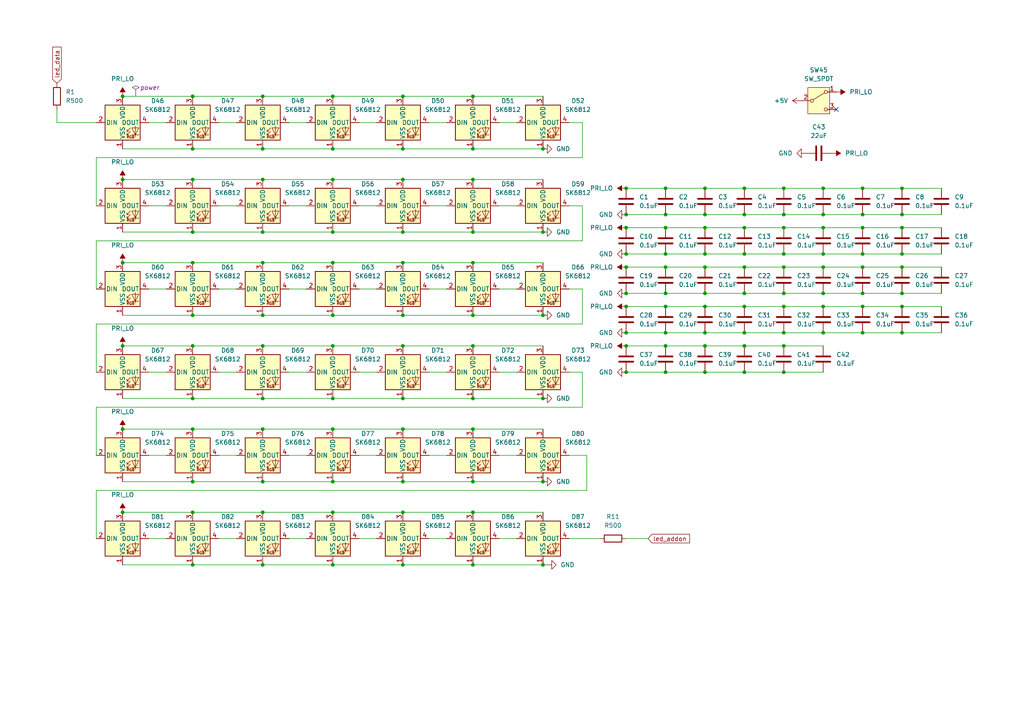
<source format=kicad_sch>
(kicad_sch (version 20231120) (generator "eeschema") (generator_version "8.0")
  (paper "A4")
  (junction (at 35.56 27.94))
  (junction (at 261.62 88.9))
  (junction (at 55.88 100.33))
  (junction (at 261.62 77.47))
  (junction (at 137.16 163.83))
  (junction (at 96.52 27.94))
  (junction (at 116.84 43.18))
  (junction (at 116.84 115.57))
  (junction (at 215.9 100.33))
  (junction (at 137.16 139.7))
  (junction (at 157.48 91.44))
  (junction (at 96.52 163.83))
  (junction (at 261.62 96.52))
  (junction (at 204.47 66.04))
  (junction (at 215.9 62.23))
  (junction (at 157.48 139.7))
  (junction (at 96.52 148.59))
  (junction (at 193.04 73.66))
  (junction (at 238.76 66.04))
  (junction (at 76.2 76.2))
  (junction (at 181.61 107.95))
  (junction (at 204.47 85.09))
  (junction (at 55.88 67.31))
  (junction (at 76.2 124.46))
  (junction (at 181.61 66.04))
  (junction (at 35.56 76.2))
  (junction (at 35.56 124.46))
  (junction (at 137.16 100.33))
  (junction (at 227.33 66.04))
  (junction (at 227.33 88.9))
  (junction (at 204.47 54.61))
  (junction (at 193.04 77.47))
  (junction (at 238.76 62.23))
  (junction (at 116.84 27.94))
  (junction (at 55.88 91.44))
  (junction (at 193.04 66.04))
  (junction (at 137.16 124.46))
  (junction (at 250.19 96.52))
  (junction (at 76.2 100.33))
  (junction (at 76.2 148.59))
  (junction (at 193.04 100.33))
  (junction (at 215.9 77.47))
  (junction (at 76.2 67.31))
  (junction (at 227.33 77.47))
  (junction (at 55.88 27.94))
  (junction (at 137.16 115.57))
  (junction (at 261.62 85.09))
  (junction (at 116.84 100.33))
  (junction (at 215.9 96.52))
  (junction (at 227.33 62.23))
  (junction (at 261.62 54.61))
  (junction (at 193.04 54.61))
  (junction (at 181.61 54.61))
  (junction (at 215.9 54.61))
  (junction (at 193.04 96.52))
  (junction (at 116.84 148.59))
  (junction (at 193.04 85.09))
  (junction (at 238.76 77.47))
  (junction (at 116.84 67.31))
  (junction (at 181.61 100.33))
  (junction (at 96.52 76.2))
  (junction (at 215.9 88.9))
  (junction (at 261.62 62.23))
  (junction (at 204.47 100.33))
  (junction (at 193.04 107.95))
  (junction (at 96.52 115.57))
  (junction (at 250.19 77.47))
  (junction (at 137.16 91.44))
  (junction (at 157.48 67.31))
  (junction (at 181.61 62.23))
  (junction (at 96.52 124.46))
  (junction (at 55.88 115.57))
  (junction (at 193.04 62.23))
  (junction (at 96.52 91.44))
  (junction (at 204.47 62.23))
  (junction (at 76.2 115.57))
  (junction (at 116.84 76.2))
  (junction (at 261.62 73.66))
  (junction (at 76.2 163.83))
  (junction (at 96.52 100.33))
  (junction (at 137.16 43.18))
  (junction (at 227.33 73.66))
  (junction (at 157.48 43.18))
  (junction (at 116.84 139.7))
  (junction (at 227.33 85.09))
  (junction (at 204.47 88.9))
  (junction (at 215.9 73.66))
  (junction (at 250.19 73.66))
  (junction (at 261.62 66.04))
  (junction (at 157.48 115.57))
  (junction (at 116.84 91.44))
  (junction (at 250.19 66.04))
  (junction (at 204.47 107.95))
  (junction (at 137.16 27.94))
  (junction (at 137.16 76.2))
  (junction (at 55.88 148.59))
  (junction (at 215.9 107.95))
  (junction (at 76.2 52.07))
  (junction (at 204.47 73.66))
  (junction (at 227.33 54.61))
  (junction (at 227.33 107.95))
  (junction (at 137.16 67.31))
  (junction (at 55.88 76.2))
  (junction (at 55.88 139.7))
  (junction (at 215.9 85.09))
  (junction (at 181.61 88.9))
  (junction (at 238.76 54.61))
  (junction (at 181.61 85.09))
  (junction (at 137.16 148.59))
  (junction (at 238.76 88.9))
  (junction (at 55.88 124.46))
  (junction (at 116.84 52.07))
  (junction (at 55.88 52.07))
  (junction (at 96.52 43.18))
  (junction (at 181.61 77.47))
  (junction (at 76.2 43.18))
  (junction (at 35.56 100.33))
  (junction (at 227.33 100.33))
  (junction (at 204.47 77.47))
  (junction (at 137.16 52.07))
  (junction (at 76.2 91.44))
  (junction (at 250.19 54.61))
  (junction (at 250.19 85.09))
  (junction (at 96.52 67.31))
  (junction (at 238.76 73.66))
  (junction (at 238.76 85.09))
  (junction (at 238.76 96.52))
  (junction (at 55.88 43.18))
  (junction (at 157.48 163.83))
  (junction (at 76.2 139.7))
  (junction (at 250.19 88.9))
  (junction (at 193.04 88.9))
  (junction (at 55.88 163.83))
  (junction (at 76.2 27.94))
  (junction (at 96.52 52.07))
  (junction (at 116.84 124.46))
  (junction (at 215.9 66.04))
  (junction (at 35.56 148.59))
  (junction (at 35.56 52.07))
  (junction (at 181.61 73.66))
  (junction (at 250.19 62.23))
  (junction (at 204.47 96.52))
  (junction (at 227.33 96.52))
  (junction (at 116.84 163.83))
  (junction (at 96.52 139.7))
  (junction (at 181.61 96.52))
  (no_connect (at 242.57 31.75))
  (wire (pts (xy 137.16 52.07) (xy 157.48 52.07)))
  (wire (pts (xy 96.52 52.07) (xy 116.84 52.07)))
  (wire (pts (xy 116.84 139.7) (xy 137.16 139.7)))
  (wire (pts (xy 204.47 54.61) (xy 215.9 54.61)))
  (wire (pts (xy 238.76 66.04) (xy 250.19 66.04)))
  (wire (pts (xy 124.46 156.21) (xy 129.54 156.21)))
  (wire (pts (xy 181.61 73.66) (xy 193.04 73.66)))
  (wire (pts (xy 55.88 43.18) (xy 76.2 43.18)))
  (wire (pts (xy 261.62 85.09) (xy 273.05 85.09)))
  (wire (pts (xy 116.84 43.18) (xy 137.16 43.18)))
  (wire (pts (xy 181.61 100.33) (xy 193.04 100.33)))
  (wire (pts (xy 35.56 76.2) (xy 55.88 76.2)))
  (wire (pts (xy 96.52 76.2) (xy 116.84 76.2)))
  (wire (pts (xy 144.78 35.56) (xy 149.86 35.56)))
  (wire (pts (xy 43.18 156.21) (xy 48.26 156.21)))
  (wire (pts (xy 157.48 163.83) (xy 137.16 163.83)))
  (wire (pts (xy 76.2 52.07) (xy 96.52 52.07)))
  (wire (pts (xy 227.33 88.9) (xy 238.76 88.9)))
  (wire (pts (xy 215.9 62.23) (xy 227.33 62.23)))
  (wire (pts (xy 55.88 115.57) (xy 76.2 115.57)))
  (wire (pts (xy 238.76 62.23) (xy 250.19 62.23)))
  (wire (pts (xy 43.18 59.69) (xy 48.26 59.69)))
  (wire (pts (xy 116.84 100.33) (xy 137.16 100.33)))
  (wire (pts (xy 250.19 88.9) (xy 261.62 88.9)))
  (wire (pts (xy 63.5 35.56) (xy 68.58 35.56)))
  (wire (pts (xy 35.56 52.07) (xy 55.88 52.07)))
  (wire (pts (xy 76.2 43.18) (xy 96.52 43.18)))
  (wire (pts (xy 55.88 76.2) (xy 76.2 76.2)))
  (wire (pts (xy 55.88 91.44) (xy 76.2 91.44)))
  (wire (pts (xy 124.46 59.69) (xy 129.54 59.69)))
  (wire (pts (xy 96.52 124.46) (xy 116.84 124.46)))
  (wire (pts (xy 215.9 77.47) (xy 227.33 77.47)))
  (wire (pts (xy 83.82 156.21) (xy 88.9 156.21)))
  (wire (pts (xy 204.47 66.04) (xy 215.9 66.04)))
  (wire (pts (xy 63.5 107.95) (xy 68.58 107.95)))
  (wire (pts (xy 168.91 59.69) (xy 168.91 69.85)))
  (wire (pts (xy 250.19 96.52) (xy 261.62 96.52)))
  (wire (pts (xy 193.04 96.52) (xy 204.47 96.52)))
  (wire (pts (xy 144.78 83.82) (xy 149.86 83.82)))
  (wire (pts (xy 261.62 77.47) (xy 273.05 77.47)))
  (wire (pts (xy 116.84 163.83) (xy 96.52 163.83)))
  (wire (pts (xy 193.04 66.04) (xy 204.47 66.04)))
  (wire (pts (xy 168.91 35.56) (xy 168.91 45.72)))
  (wire (pts (xy 55.88 52.07) (xy 76.2 52.07)))
  (wire (pts (xy 63.5 132.08) (xy 68.58 132.08)))
  (wire (pts (xy 227.33 100.33) (xy 238.76 100.33)))
  (wire (pts (xy 76.2 148.59) (xy 96.52 148.59)))
  (wire (pts (xy 76.2 67.31) (xy 96.52 67.31)))
  (wire (pts (xy 137.16 163.83) (xy 116.84 163.83)))
  (wire (pts (xy 63.5 83.82) (xy 68.58 83.82)))
  (wire (pts (xy 55.88 124.46) (xy 76.2 124.46)))
  (wire (pts (xy 96.52 67.31) (xy 116.84 67.31)))
  (wire (pts (xy 116.84 27.94) (xy 137.16 27.94)))
  (wire (pts (xy 215.9 54.61) (xy 227.33 54.61)))
  (wire (pts (xy 35.56 67.31) (xy 55.88 67.31)))
  (wire (pts (xy 250.19 73.66) (xy 261.62 73.66)))
  (wire (pts (xy 181.61 88.9) (xy 193.04 88.9)))
  (wire (pts (xy 116.84 67.31) (xy 137.16 67.31)))
  (wire (pts (xy 181.61 156.21) (xy 187.96 156.21)))
  (wire (pts (xy 170.18 142.24) (xy 27.94 142.24)))
  (wire (pts (xy 181.61 107.95) (xy 193.04 107.95)))
  (wire (pts (xy 181.61 96.52) (xy 193.04 96.52)))
  (wire (pts (xy 124.46 132.08) (xy 129.54 132.08)))
  (wire (pts (xy 227.33 85.09) (xy 238.76 85.09)))
  (wire (pts (xy 116.84 115.57) (xy 137.16 115.57)))
  (wire (pts (xy 35.56 43.18) (xy 55.88 43.18)))
  (wire (pts (xy 76.2 27.94) (xy 96.52 27.94)))
  (wire (pts (xy 55.88 163.83) (xy 76.2 163.83)))
  (wire (pts (xy 168.91 118.11) (xy 27.94 118.11)))
  (wire (pts (xy 124.46 107.95) (xy 129.54 107.95)))
  (wire (pts (xy 83.82 59.69) (xy 88.9 59.69)))
  (wire (pts (xy 168.91 83.82) (xy 168.91 93.98)))
  (wire (pts (xy 238.76 77.47) (xy 250.19 77.47)))
  (wire (pts (xy 116.84 76.2) (xy 137.16 76.2)))
  (wire (pts (xy 116.84 148.59) (xy 137.16 148.59)))
  (wire (pts (xy 96.52 139.7) (xy 116.84 139.7)))
  (wire (pts (xy 238.76 54.61) (xy 250.19 54.61)))
  (wire (pts (xy 137.16 27.94) (xy 157.48 27.94)))
  (wire (pts (xy 181.61 85.09) (xy 193.04 85.09)))
  (wire (pts (xy 238.76 73.66) (xy 250.19 73.66)))
  (wire (pts (xy 168.91 107.95) (xy 168.91 118.11)))
  (wire (pts (xy 227.33 73.66) (xy 238.76 73.66)))
  (wire (pts (xy 165.1 107.95) (xy 168.91 107.95)))
  (wire (pts (xy 261.62 73.66) (xy 273.05 73.66)))
  (wire (pts (xy 116.84 52.07) (xy 137.16 52.07)))
  (wire (pts (xy 76.2 100.33) (xy 96.52 100.33)))
  (wire (pts (xy 43.18 132.08) (xy 48.26 132.08)))
  (wire (pts (xy 35.56 139.7) (xy 55.88 139.7)))
  (wire (pts (xy 124.46 35.56) (xy 129.54 35.56)))
  (wire (pts (xy 96.52 43.18) (xy 116.84 43.18)))
  (wire (pts (xy 250.19 54.61) (xy 261.62 54.61)))
  (wire (pts (xy 76.2 124.46) (xy 96.52 124.46)))
  (wire (pts (xy 168.91 69.85) (xy 27.94 69.85)))
  (wire (pts (xy 215.9 73.66) (xy 227.33 73.66)))
  (wire (pts (xy 227.33 54.61) (xy 238.76 54.61)))
  (wire (pts (xy 116.84 91.44) (xy 137.16 91.44)))
  (wire (pts (xy 204.47 107.95) (xy 215.9 107.95)))
  (wire (pts (xy 204.47 96.52) (xy 215.9 96.52)))
  (wire (pts (xy 204.47 62.23) (xy 215.9 62.23)))
  (wire (pts (xy 137.16 100.33) (xy 157.48 100.33)))
  (wire (pts (xy 204.47 100.33) (xy 215.9 100.33)))
  (wire (pts (xy 193.04 100.33) (xy 204.47 100.33)))
  (wire (pts (xy 76.2 115.57) (xy 96.52 115.57)))
  (wire (pts (xy 137.16 139.7) (xy 157.48 139.7)))
  (wire (pts (xy 35.56 100.33) (xy 55.88 100.33)))
  (wire (pts (xy 137.16 67.31) (xy 157.48 67.31)))
  (wire (pts (xy 261.62 96.52) (xy 273.05 96.52)))
  (wire (pts (xy 215.9 88.9) (xy 227.33 88.9)))
  (wire (pts (xy 16.51 35.56) (xy 27.94 35.56)))
  (wire (pts (xy 96.52 148.59) (xy 116.84 148.59)))
  (wire (pts (xy 76.2 91.44) (xy 96.52 91.44)))
  (wire (pts (xy 96.52 100.33) (xy 116.84 100.33)))
  (wire (pts (xy 27.94 142.24) (xy 27.94 156.21)))
  (wire (pts (xy 215.9 66.04) (xy 227.33 66.04)))
  (wire (pts (xy 250.19 62.23) (xy 261.62 62.23)))
  (wire (pts (xy 193.04 73.66) (xy 204.47 73.66)))
  (wire (pts (xy 168.91 45.72) (xy 27.94 45.72)))
  (wire (pts (xy 193.04 54.61) (xy 204.47 54.61)))
  (wire (pts (xy 104.14 59.69) (xy 109.22 59.69)))
  (wire (pts (xy 137.16 43.18) (xy 157.48 43.18)))
  (wire (pts (xy 204.47 88.9) (xy 215.9 88.9)))
  (wire (pts (xy 55.88 67.31) (xy 76.2 67.31)))
  (wire (pts (xy 181.61 54.61) (xy 193.04 54.61)))
  (wire (pts (xy 215.9 107.95) (xy 227.33 107.95)))
  (wire (pts (xy 27.94 45.72) (xy 27.94 59.69)))
  (wire (pts (xy 165.1 35.56) (xy 168.91 35.56)))
  (wire (pts (xy 227.33 62.23) (xy 238.76 62.23)))
  (wire (pts (xy 181.61 77.47) (xy 193.04 77.47)))
  (wire (pts (xy 55.88 139.7) (xy 76.2 139.7)))
  (wire (pts (xy 193.04 107.95) (xy 204.47 107.95)))
  (wire (pts (xy 170.18 132.08) (xy 170.18 142.24)))
  (wire (pts (xy 104.14 132.08) (xy 109.22 132.08)))
  (wire (pts (xy 83.82 35.56) (xy 88.9 35.56)))
  (wire (pts (xy 193.04 88.9) (xy 204.47 88.9)))
  (wire (pts (xy 238.76 88.9) (xy 250.19 88.9)))
  (wire (pts (xy 250.19 66.04) (xy 261.62 66.04)))
  (wire (pts (xy 204.47 85.09) (xy 215.9 85.09)))
  (wire (pts (xy 137.16 91.44) (xy 157.48 91.44)))
  (wire (pts (xy 137.16 124.46) (xy 157.48 124.46)))
  (wire (pts (xy 227.33 96.52) (xy 238.76 96.52)))
  (wire (pts (xy 227.33 77.47) (xy 238.76 77.47)))
  (wire (pts (xy 204.47 73.66) (xy 215.9 73.66)))
  (wire (pts (xy 181.61 66.04) (xy 193.04 66.04)))
  (wire (pts (xy 137.16 148.59) (xy 157.48 148.59)))
  (wire (pts (xy 63.5 156.21) (xy 68.58 156.21)))
  (wire (pts (xy 55.88 27.94) (xy 76.2 27.94)))
  (wire (pts (xy 165.1 156.21) (xy 173.99 156.21)))
  (wire (pts (xy 35.56 91.44) (xy 55.88 91.44)))
  (wire (pts (xy 124.46 83.82) (xy 129.54 83.82)))
  (wire (pts (xy 227.33 66.04) (xy 238.76 66.04)))
  (wire (pts (xy 27.94 93.98) (xy 27.94 107.95)))
  (wire (pts (xy 16.51 31.75) (xy 16.51 35.56)))
  (wire (pts (xy 261.62 54.61) (xy 273.05 54.61)))
  (wire (pts (xy 35.56 27.94) (xy 55.88 27.94)))
  (wire (pts (xy 144.78 132.08) (xy 149.86 132.08)))
  (wire (pts (xy 76.2 139.7) (xy 96.52 139.7)))
  (wire (pts (xy 215.9 85.09) (xy 227.33 85.09)))
  (wire (pts (xy 63.5 59.69) (xy 68.58 59.69)))
  (wire (pts (xy 43.18 83.82) (xy 48.26 83.82)))
  (wire (pts (xy 144.78 156.21) (xy 149.86 156.21)))
  (wire (pts (xy 250.19 77.47) (xy 261.62 77.47)))
  (wire (pts (xy 43.18 35.56) (xy 48.26 35.56)))
  (wire (pts (xy 215.9 100.33) (xy 227.33 100.33)))
  (wire (pts (xy 27.94 118.11) (xy 27.94 132.08)))
  (wire (pts (xy 96.52 27.94) (xy 116.84 27.94)))
  (wire (pts (xy 35.56 115.57) (xy 55.88 115.57)))
  (wire (pts (xy 238.76 85.09) (xy 250.19 85.09)))
  (wire (pts (xy 144.78 59.69) (xy 149.86 59.69)))
  (wire (pts (xy 181.61 62.23) (xy 193.04 62.23)))
  (wire (pts (xy 165.1 132.08) (xy 170.18 132.08)))
  (wire (pts (xy 35.56 163.83) (xy 55.88 163.83)))
  (wire (pts (xy 96.52 163.83) (xy 76.2 163.83)))
  (wire (pts (xy 193.04 77.47) (xy 204.47 77.47)))
  (wire (pts (xy 261.62 66.04) (xy 273.05 66.04)))
  (wire (pts (xy 261.62 62.23) (xy 273.05 62.23)))
  (wire (pts (xy 104.14 107.95) (xy 109.22 107.95)))
  (wire (pts (xy 193.04 85.09) (xy 204.47 85.09)))
  (wire (pts (xy 35.56 124.46) (xy 55.88 124.46)))
  (wire (pts (xy 104.14 35.56) (xy 109.22 35.56)))
  (wire (pts (xy 83.82 83.82) (xy 88.9 83.82)))
  (wire (pts (xy 250.19 85.09) (xy 261.62 85.09)))
  (wire (pts (xy 158.75 163.83) (xy 157.48 163.83)))
  (wire (pts (xy 43.18 107.95) (xy 48.26 107.95)))
  (wire (pts (xy 116.84 124.46) (xy 137.16 124.46)))
  (wire (pts (xy 215.9 96.52) (xy 227.33 96.52)))
  (wire (pts (xy 27.94 69.85) (xy 27.94 83.82)))
  (wire (pts (xy 137.16 76.2) (xy 157.48 76.2)))
  (wire (pts (xy 193.04 62.23) (xy 204.47 62.23)))
  (wire (pts (xy 204.47 77.47) (xy 215.9 77.47)))
  (wire (pts (xy 55.88 100.33) (xy 76.2 100.33)))
  (wire (pts (xy 137.16 115.57) (xy 157.48 115.57)))
  (wire (pts (xy 76.2 76.2) (xy 96.52 76.2)))
  (wire (pts (xy 238.76 96.52) (xy 250.19 96.52)))
  (wire (pts (xy 227.33 107.95) (xy 238.76 107.95)))
  (wire (pts (xy 144.78 107.95) (xy 149.86 107.95)))
  (wire (pts (xy 96.52 91.44) (xy 116.84 91.44)))
  (wire (pts (xy 165.1 83.82) (xy 168.91 83.82)))
  (wire (pts (xy 104.14 83.82) (xy 109.22 83.82)))
  (wire (pts (xy 55.88 148.59) (xy 76.2 148.59)))
  (wire (pts (xy 35.56 148.59) (xy 55.88 148.59)))
  (wire (pts (xy 96.52 115.57) (xy 116.84 115.57)))
  (wire (pts (xy 165.1 59.69) (xy 168.91 59.69)))
  (wire (pts (xy 83.82 107.95) (xy 88.9 107.95)))
  (wire (pts (xy 83.82 132.08) (xy 88.9 132.08)))
  (wire (pts (xy 168.91 93.98) (xy 27.94 93.98)))
  (wire (pts (xy 261.62 88.9) (xy 273.05 88.9)))
  (wire (pts (xy 104.14 156.21) (xy 109.22 156.21)))
  (global_label "led_addon" (shape input) (at 187.96 156.21 0) (property "Intersheetrefs" "${INTERSHEET_REFS}" (effects (hide yes))))
  (global_label "led_data" (shape input) (at 16.51 24.13 90) (property "Intersheetrefs" "${INTERSHEET_REFS}" (effects (hide yes))))
  (netclass_flag "" (length 2.54) (shape diamond) (at 39.37 27.94 0) (property "Netclass" "power" (at 40.5765 25.4 0) (effects (font (italic yes)) (justify left))))
  (symbol (lib_id "LED:SK6812") (at 137.16 35.56 0) (unit 1)
    (property "Reference" "D51" (at 147.32 29.2414 0))
    (property "Value" "SK6812" (at 147.32 31.7814 0))
    (property "Footprint" "Keebio-Parts:SK6812-MINI-E" (effects (hide yes)))
    (property "Datasheet" "https://cdn-shop.adafruit.com/product-files/1138/SK6812+LED+datasheet+.pdf" (effects (hide yes)))
    (property "Description" "RGB LED with integrated controller" (effects (hide yes)))
  )
  (symbol (lib_id "Device:R") (at 177.8 156.21 90) (unit 1)
    (property "Reference" "R11" (at 177.8 149.86 90))
    (property "Value" "R500" (at 177.8 152.4 90))
    (property "Footprint" "Resistor_SMD:R_0805_2012Metric" (effects (hide yes)))
    (property "Description" "Resistor" (effects (hide yes)))
  )
  (symbol (lib_id "LED:SK6812") (at 96.52 35.56 0) (unit 1)
    (property "Reference" "D49" (at 106.68 29.2414 0))
    (property "Value" "SK6812" (at 106.68 31.7814 0))
    (property "Footprint" "Keebio-Parts:SK6812-MINI-E" (effects (hide yes)))
    (property "Datasheet" "https://cdn-shop.adafruit.com/product-files/1138/SK6812+LED+datasheet+.pdf" (effects (hide yes)))
    (property "Description" "RGB LED with integrated controller" (effects (hide yes)))
  )
  (symbol (lib_id "Device:C") (at 238.76 69.85 0) (unit 1)
    (property "Reference" "C15" (at 242.57 68.5799 0) (effects (justify left)))
    (property "Value" "0.1uF" (at 242.57 71.1199 0) (effects (justify left)))
    (property "Footprint" "Capacitor_SMD:C_0805_2012Metric" (effects (hide yes)))
    (property "Description" "Unpolarized capacitor" (effects (hide yes)))
  )
  (symbol (lib_id "Device:C") (at 204.47 92.71 0) (unit 1)
    (property "Reference" "C30" (at 208.28 91.4399 0) (effects (justify left)))
    (property "Value" "0.1uF" (at 208.28 93.9799 0) (effects (justify left)))
    (property "Footprint" "Capacitor_SMD:C_0805_2012Metric" (effects (hide yes)))
    (property "Description" "Unpolarized capacitor" (effects (hide yes)))
  )
  (symbol (lib_id "LED:SK6812") (at 137.16 59.69 0) (unit 1)
    (property "Reference" "D58" (at 147.32 53.3714 0))
    (property "Value" "SK6812" (at 147.32 55.9114 0))
    (property "Footprint" "Keebio-Parts:SK6812-MINI-E" (effects (hide yes)))
    (property "Datasheet" "https://cdn-shop.adafruit.com/product-files/1138/SK6812+LED+datasheet+.pdf" (effects (hide yes)))
    (property "Description" "RGB LED with integrated controller" (effects (hide yes)))
  )
  (symbol (lib_id "Device:C") (at 193.04 104.14 0) (unit 1)
    (property "Reference" "C38" (at 196.85 102.8699 0) (effects (justify left)))
    (property "Value" "0.1uF" (at 196.85 105.4099 0) (effects (justify left)))
    (property "Footprint" "Capacitor_SMD:C_0805_2012Metric" (effects (hide yes)))
    (property "Description" "Unpolarized capacitor" (effects (hide yes)))
  )
  (symbol (lib_id "LED:SK6812") (at 76.2 83.82 0) (unit 1)
    (property "Reference" "D62" (at 86.36 77.5014 0))
    (property "Value" "SK6812" (at 86.36 80.0414 0))
    (property "Footprint" "Keebio-Parts:SK6812-MINI-E" (effects (hide yes)))
    (property "Datasheet" "https://cdn-shop.adafruit.com/product-files/1138/SK6812+LED+datasheet+.pdf" (effects (hide yes)))
    (property "Description" "RGB LED with integrated controller" (effects (hide yes)))
  )
  (symbol (lib_id "LED:SK6812") (at 137.16 107.95 0) (unit 1)
    (property "Reference" "D72" (at 147.32 101.6314 0))
    (property "Value" "SK6812" (at 147.32 104.1714 0))
    (property "Footprint" "Keebio-Parts:SK6812-MINI-E" (effects (hide yes)))
    (property "Datasheet" "https://cdn-shop.adafruit.com/product-files/1138/SK6812+LED+datasheet+.pdf" (effects (hide yes)))
    (property "Description" "RGB LED with integrated controller" (effects (hide yes)))
  )
  (symbol (lib_id "power:PRI_LO") (at 35.56 148.59 0) (unit 1)
    (property "Reference" "#PWR033" (effects (hide yes)))
    (property "Value" "PRI_LO" (at 35.56 143.51 0))
    (property "Description" "Power symbol creates a global label with name \"PRI_LO\"" (effects (hide yes)))
  )
  (symbol (lib_id "power:GND") (at 158.75 163.83 90) (unit 1)
    (property "Reference" "#PWR034" (effects (hide yes)))
    (property "Value" "GND" (at 162.56 163.8299 90) (effects (justify right)))
    (property "Description" "Power symbol creates a global label with name \"GND\" , ground" (effects (hide yes)))
  )
  (symbol (lib_id "LED:SK6812") (at 157.48 83.82 0) (unit 1)
    (property "Reference" "D66" (at 167.64 77.5014 0))
    (property "Value" "SK6812" (at 167.64 80.0414 0))
    (property "Footprint" "Keebio-Parts:SK6812-MINI-E" (effects (hide yes)))
    (property "Datasheet" "https://cdn-shop.adafruit.com/product-files/1138/SK6812+LED+datasheet+.pdf" (effects (hide yes)))
    (property "Description" "RGB LED with integrated controller" (effects (hide yes)))
  )
  (symbol (lib_id "LED:SK6812") (at 76.2 132.08 0) (unit 1)
    (property "Reference" "D76" (at 86.36 125.7614 0))
    (property "Value" "SK6812" (at 86.36 128.3014 0))
    (property "Footprint" "Keebio-Parts:SK6812-MINI-E" (effects (hide yes)))
    (property "Datasheet" "https://cdn-shop.adafruit.com/product-files/1138/SK6812+LED+datasheet+.pdf" (effects (hide yes)))
    (property "Description" "RGB LED with integrated controller" (effects (hide yes)))
  )
  (symbol (lib_id "Device:C") (at 215.9 58.42 0) (unit 1)
    (property "Reference" "C4" (at 219.71 57.1499 0) (effects (justify left)))
    (property "Value" "0.1uF" (at 219.71 59.6899 0) (effects (justify left)))
    (property "Footprint" "Capacitor_SMD:C_0805_2012Metric" (effects (hide yes)))
    (property "Description" "Unpolarized capacitor" (effects (hide yes)))
  )
  (symbol (lib_id "Device:C") (at 181.61 69.85 0) (unit 1)
    (property "Reference" "C10" (at 185.42 68.5799 0) (effects (justify left)))
    (property "Value" "0.1uF" (at 185.42 71.1199 0) (effects (justify left)))
    (property "Footprint" "Capacitor_SMD:C_0805_2012Metric" (effects (hide yes)))
    (property "Description" "Unpolarized capacitor" (effects (hide yes)))
  )
  (symbol (lib_id "Device:C") (at 181.61 58.42 0) (unit 1)
    (property "Reference" "C1" (at 185.42 57.1499 0) (effects (justify left)))
    (property "Value" "0.1uF" (at 185.42 59.6899 0) (effects (justify left)))
    (property "Footprint" "Capacitor_SMD:C_0805_2012Metric" (effects (hide yes)))
    (property "Description" "Unpolarized capacitor" (effects (hide yes)))
  )
  (symbol (lib_id "Device:C") (at 227.33 58.42 0) (unit 1)
    (property "Reference" "C5" (at 231.14 57.1499 0) (effects (justify left)))
    (property "Value" "0.1uF" (at 231.14 59.6899 0) (effects (justify left)))
    (property "Footprint" "Capacitor_SMD:C_0805_2012Metric" (effects (hide yes)))
    (property "Description" "Unpolarized capacitor" (effects (hide yes)))
  )
  (symbol (lib_id "LED:SK6812") (at 157.48 107.95 0) (unit 1)
    (property "Reference" "D73" (at 167.64 101.6314 0))
    (property "Value" "SK6812" (at 167.64 104.1714 0))
    (property "Footprint" "Keebio-Parts:SK6812-MINI-E" (effects (hide yes)))
    (property "Datasheet" "https://cdn-shop.adafruit.com/product-files/1138/SK6812+LED+datasheet+.pdf" (effects (hide yes)))
    (property "Description" "RGB LED with integrated controller" (effects (hide yes)))
  )
  (symbol (lib_id "Device:C") (at 238.76 92.71 0) (unit 1)
    (property "Reference" "C33" (at 242.57 91.4399 0) (effects (justify left)))
    (property "Value" "0.1uF" (at 242.57 93.9799 0) (effects (justify left)))
    (property "Footprint" "Capacitor_SMD:C_0805_2012Metric" (effects (hide yes)))
    (property "Description" "Unpolarized capacitor" (effects (hide yes)))
  )
  (symbol (lib_id "LED:SK6812") (at 55.88 59.69 0) (unit 1)
    (property "Reference" "D54" (at 66.04 53.3714 0))
    (property "Value" "SK6812" (at 66.04 55.9114 0))
    (property "Footprint" "Keebio-Parts:SK6812-MINI-E" (effects (hide yes)))
    (property "Datasheet" "https://cdn-shop.adafruit.com/product-files/1138/SK6812+LED+datasheet+.pdf" (effects (hide yes)))
    (property "Description" "RGB LED with integrated controller" (effects (hide yes)))
  )
  (symbol (lib_id "LED:SK6812") (at 55.88 156.21 0) (unit 1)
    (property "Reference" "D82" (at 66.04 149.8914 0))
    (property "Value" "SK6812" (at 66.04 152.4314 0))
    (property "Footprint" "Keebio-Parts:SK6812-MINI-E" (effects (hide yes)))
    (property "Datasheet" "https://cdn-shop.adafruit.com/product-files/1138/SK6812+LED+datasheet+.pdf" (effects (hide yes)))
    (property "Description" "RGB LED with integrated controller" (effects (hide yes)))
  )
  (symbol (lib_id "power:GND") (at 181.61 62.23 270) (unit 1)
    (property "Reference" "#PWR017" (effects (hide yes)))
    (property "Value" "GND" (at 177.8 62.2299 90) (effects (justify right)))
    (property "Description" "Power symbol creates a global label with name \"GND\" , ground" (effects (hide yes)))
  )
  (symbol (lib_id "LED:SK6812") (at 96.52 107.95 0) (unit 1)
    (property "Reference" "D70" (at 106.68 101.6314 0))
    (property "Value" "SK6812" (at 106.68 104.1714 0))
    (property "Footprint" "Keebio-Parts:SK6812-MINI-E" (effects (hide yes)))
    (property "Datasheet" "https://cdn-shop.adafruit.com/product-files/1138/SK6812+LED+datasheet+.pdf" (effects (hide yes)))
    (property "Description" "RGB LED with integrated controller" (effects (hide yes)))
  )
  (symbol (lib_id "LED:SK6812") (at 116.84 107.95 0) (unit 1)
    (property "Reference" "D71" (at 127 101.6314 0))
    (property "Value" "SK6812" (at 127 104.1714 0))
    (property "Footprint" "Keebio-Parts:SK6812-MINI-E" (effects (hide yes)))
    (property "Datasheet" "https://cdn-shop.adafruit.com/product-files/1138/SK6812+LED+datasheet+.pdf" (effects (hide yes)))
    (property "Description" "RGB LED with integrated controller" (effects (hide yes)))
  )
  (symbol (lib_id "LED:SK6812") (at 55.88 107.95 0) (unit 1)
    (property "Reference" "D68" (at 66.04 101.6314 0))
    (property "Value" "SK6812" (at 66.04 104.1714 0))
    (property "Footprint" "Keebio-Parts:SK6812-MINI-E" (effects (hide yes)))
    (property "Datasheet" "https://cdn-shop.adafruit.com/product-files/1138/SK6812+LED+datasheet+.pdf" (effects (hide yes)))
    (property "Description" "RGB LED with integrated controller" (effects (hide yes)))
  )
  (symbol (lib_id "Device:C") (at 250.19 81.28 0) (unit 1)
    (property "Reference" "C25" (at 254 80.0099 0) (effects (justify left)))
    (property "Value" "0.1uF" (at 254 82.5499 0) (effects (justify left)))
    (property "Footprint" "Capacitor_SMD:C_0805_2012Metric" (effects (hide yes)))
    (property "Description" "Unpolarized capacitor" (effects (hide yes)))
  )
  (symbol (lib_id "Device:C") (at 250.19 92.71 0) (unit 1)
    (property "Reference" "C34" (at 254 91.4399 0) (effects (justify left)))
    (property "Value" "0.1uF" (at 254 93.9799 0) (effects (justify left)))
    (property "Footprint" "Capacitor_SMD:C_0805_2012Metric" (effects (hide yes)))
    (property "Description" "Unpolarized capacitor" (effects (hide yes)))
  )
  (symbol (lib_id "Device:C") (at 237.49 44.45 270) (unit 1)
    (property "Reference" "C43" (at 237.49 36.83 90))
    (property "Value" "22uF" (at 237.49 39.37 90))
    (property "Footprint" "Capacitor_SMD:C_0805_2012Metric" (effects (hide yes)))
    (property "Description" "Unpolarized capacitor" (effects (hide yes)))
  )
  (symbol (lib_id "Device:C") (at 204.47 81.28 0) (unit 1)
    (property "Reference" "C21" (at 208.28 80.0099 0) (effects (justify left)))
    (property "Value" "0.1uF" (at 208.28 82.5499 0) (effects (justify left)))
    (property "Footprint" "Capacitor_SMD:C_0805_2012Metric" (effects (hide yes)))
    (property "Description" "Unpolarized capacitor" (effects (hide yes)))
  )
  (symbol (lib_id "LED:SK6812") (at 137.16 83.82 0) (unit 1)
    (property "Reference" "D65" (at 147.32 77.5014 0))
    (property "Value" "SK6812" (at 147.32 80.0414 0))
    (property "Footprint" "Keebio-Parts:SK6812-MINI-E" (effects (hide yes)))
    (property "Datasheet" "https://cdn-shop.adafruit.com/product-files/1138/SK6812+LED+datasheet+.pdf" (effects (hide yes)))
    (property "Description" "RGB LED with integrated controller" (effects (hide yes)))
  )
  (symbol (lib_id "power:GND") (at 157.48 115.57 90) (unit 1)
    (property "Reference" "#PWR030" (effects (hide yes)))
    (property "Value" "GND" (at 161.29 115.5699 90) (effects (justify right)))
    (property "Description" "Power symbol creates a global label with name \"GND\" , ground" (effects (hide yes)))
  )
  (symbol (lib_id "Device:C") (at 238.76 58.42 0) (unit 1)
    (property "Reference" "C6" (at 242.57 57.1499 0) (effects (justify left)))
    (property "Value" "0.1uF" (at 242.57 59.6899 0) (effects (justify left)))
    (property "Footprint" "Capacitor_SMD:C_0805_2012Metric" (effects (hide yes)))
    (property "Description" "Unpolarized capacitor" (effects (hide yes)))
  )
  (symbol (lib_id "LED:SK6812") (at 35.56 132.08 0) (unit 1)
    (property "Reference" "D74" (at 45.72 125.7614 0))
    (property "Value" "SK6812" (at 45.72 128.3014 0))
    (property "Footprint" "Keebio-Parts:SK6812-MINI-E" (effects (hide yes)))
    (property "Datasheet" "https://cdn-shop.adafruit.com/product-files/1138/SK6812+LED+datasheet+.pdf" (effects (hide yes)))
    (property "Description" "RGB LED with integrated controller" (effects (hide yes)))
  )
  (symbol (lib_id "Device:C") (at 261.62 81.28 0) (unit 1)
    (property "Reference" "C26" (at 265.43 80.0099 0) (effects (justify left)))
    (property "Value" "0.1uF" (at 265.43 82.5499 0) (effects (justify left)))
    (property "Footprint" "Capacitor_SMD:C_0805_2012Metric" (effects (hide yes)))
    (property "Description" "Unpolarized capacitor" (effects (hide yes)))
  )
  (symbol (lib_id "LED:SK6812") (at 35.56 107.95 0) (unit 1)
    (property "Reference" "D67" (at 45.72 101.6314 0))
    (property "Value" "SK6812" (at 45.72 104.1714 0))
    (property "Footprint" "Keebio-Parts:SK6812-MINI-E" (effects (hide yes)))
    (property "Datasheet" "https://cdn-shop.adafruit.com/product-files/1138/SK6812+LED+datasheet+.pdf" (effects (hide yes)))
    (property "Description" "RGB LED with integrated controller" (effects (hide yes)))
  )
  (symbol (lib_id "Switch:SW_SPDT") (at 237.49 29.21 0) (unit 1)
    (property "Reference" "SW45" (at 237.49 20.32 0))
    (property "Value" "SW_SPDT" (at 237.49 22.86 0))
    (property "Footprint" "Button_Switch_SMD:SW_SPDT_PCM12" (effects (hide yes)))
    (property "Description" "Switch, single pole double throw" (effects (hide yes)))
  )
  (symbol (lib_id "LED:SK6812") (at 157.48 35.56 0) (unit 1)
    (property "Reference" "D52" (at 167.64 29.2414 0))
    (property "Value" "SK6812" (at 167.64 31.7814 0))
    (property "Footprint" "Keebio-Parts:SK6812-MINI-E" (effects (hide yes)))
    (property "Datasheet" "https://cdn-shop.adafruit.com/product-files/1138/SK6812+LED+datasheet+.pdf" (effects (hide yes)))
    (property "Description" "RGB LED with integrated controller" (effects (hide yes)))
  )
  (symbol (lib_id "Device:C") (at 273.05 81.28 0) (unit 1)
    (property "Reference" "C27" (at 276.86 80.0099 0) (effects (justify left)))
    (property "Value" "0.1uF" (at 276.86 82.5499 0) (effects (justify left)))
    (property "Footprint" "Capacitor_SMD:C_0805_2012Metric" (effects (hide yes)))
    (property "Description" "Unpolarized capacitor" (effects (hide yes)))
  )
  (symbol (lib_id "Device:C") (at 238.76 104.14 0) (unit 1)
    (property "Reference" "C42" (at 242.57 102.8699 0) (effects (justify left)))
    (property "Value" "0.1uF" (at 242.57 105.4099 0) (effects (justify left)))
    (property "Footprint" "Capacitor_SMD:C_0805_2012Metric" (effects (hide yes)))
    (property "Description" "Unpolarized capacitor" (effects (hide yes)))
  )
  (symbol (lib_id "power:PRI_LO") (at 35.56 76.2 0) (unit 1)
    (property "Reference" "#PWR021" (effects (hide yes)))
    (property "Value" "PRI_LO" (at 35.56 71.12 0))
    (property "Description" "Power symbol creates a global label with name \"PRI_LO\"" (effects (hide yes)))
  )
  (symbol (lib_id "Device:C") (at 193.04 58.42 0) (unit 1)
    (property "Reference" "C2" (at 196.85 57.1499 0) (effects (justify left)))
    (property "Value" "0.1uF" (at 196.85 59.6899 0) (effects (justify left)))
    (property "Footprint" "Capacitor_SMD:C_0805_2012Metric" (effects (hide yes)))
    (property "Description" "Unpolarized capacitor" (effects (hide yes)))
  )
  (symbol (lib_id "Device:C") (at 261.62 69.85 0) (unit 1)
    (property "Reference" "C17" (at 265.43 68.5799 0) (effects (justify left)))
    (property "Value" "0.1uF" (at 265.43 71.1199 0) (effects (justify left)))
    (property "Footprint" "Capacitor_SMD:C_0805_2012Metric" (effects (hide yes)))
    (property "Description" "Unpolarized capacitor" (effects (hide yes)))
  )
  (symbol (lib_id "LED:SK6812") (at 35.56 83.82 0) (unit 1)
    (property "Reference" "D60" (at 45.72 77.5014 0))
    (property "Value" "SK6812" (at 45.72 80.0414 0))
    (property "Footprint" "Keebio-Parts:SK6812-MINI-E" (effects (hide yes)))
    (property "Datasheet" "https://cdn-shop.adafruit.com/product-files/1138/SK6812+LED+datasheet+.pdf" (effects (hide yes)))
    (property "Description" "RGB LED with integrated controller" (effects (hide yes)))
  )
  (symbol (lib_id "LED:SK6812") (at 116.84 35.56 0) (unit 1)
    (property "Reference" "D50" (at 127 29.2414 0))
    (property "Value" "SK6812" (at 127 31.7814 0))
    (property "Footprint" "Keebio-Parts:SK6812-MINI-E" (effects (hide yes)))
    (property "Datasheet" "https://cdn-shop.adafruit.com/product-files/1138/SK6812+LED+datasheet+.pdf" (effects (hide yes)))
    (property "Description" "RGB LED with integrated controller" (effects (hide yes)))
  )
  (symbol (lib_id "Device:C") (at 204.47 104.14 0) (unit 1)
    (property "Reference" "C39" (at 208.28 102.8699 0) (effects (justify left)))
    (property "Value" "0.1uF" (at 208.28 105.4099 0) (effects (justify left)))
    (property "Footprint" "Capacitor_SMD:C_0805_2012Metric" (effects (hide yes)))
    (property "Description" "Unpolarized capacitor" (effects (hide yes)))
  )
  (symbol (lib_id "Device:C") (at 261.62 92.71 0) (unit 1)
    (property "Reference" "C35" (at 265.43 91.4399 0) (effects (justify left)))
    (property "Value" "0.1uF" (at 265.43 93.9799 0) (effects (justify left)))
    (property "Footprint" "Capacitor_SMD:C_0805_2012Metric" (effects (hide yes)))
    (property "Description" "Unpolarized capacitor" (effects (hide yes)))
  )
  (symbol (lib_id "Device:C") (at 204.47 69.85 0) (unit 1)
    (property "Reference" "C12" (at 208.28 68.5799 0) (effects (justify left)))
    (property "Value" "0.1uF" (at 208.28 71.1199 0) (effects (justify left)))
    (property "Footprint" "Capacitor_SMD:C_0805_2012Metric" (effects (hide yes)))
    (property "Description" "Unpolarized capacitor" (effects (hide yes)))
  )
  (symbol (lib_id "LED:SK6812") (at 116.84 156.21 0) (unit 1)
    (property "Reference" "D85" (at 127 149.8914 0))
    (property "Value" "SK6812" (at 127 152.4314 0))
    (property "Footprint" "Keebio-Parts:SK6812-MINI-E" (effects (hide yes)))
    (property "Datasheet" "https://cdn-shop.adafruit.com/product-files/1138/SK6812+LED+datasheet+.pdf" (effects (hide yes)))
    (property "Description" "RGB LED with integrated controller" (effects (hide yes)))
  )
  (symbol (lib_id "Device:C") (at 250.19 58.42 0) (unit 1)
    (property "Reference" "C7" (at 254 57.1499 0) (effects (justify left)))
    (property "Value" "0.1uF" (at 254 59.6899 0) (effects (justify left)))
    (property "Footprint" "Capacitor_SMD:C_0805_2012Metric" (effects (hide yes)))
    (property "Description" "Unpolarized capacitor" (effects (hide yes)))
  )
  (symbol (lib_id "power:PRI_LO") (at 35.56 52.07 0) (unit 1)
    (property "Reference" "#PWR015" (effects (hide yes)))
    (property "Value" "PRI_LO" (at 35.56 46.99 0))
    (property "Description" "Power symbol creates a global label with name \"PRI_LO\"" (effects (hide yes)))
  )
  (symbol (lib_id "Device:C") (at 227.33 81.28 0) (unit 1)
    (property "Reference" "C23" (at 231.14 80.0099 0) (effects (justify left)))
    (property "Value" "0.1uF" (at 231.14 82.5499 0) (effects (justify left)))
    (property "Footprint" "Capacitor_SMD:C_0805_2012Metric" (effects (hide yes)))
    (property "Description" "Unpolarized capacitor" (effects (hide yes)))
  )
  (symbol (lib_id "power:GND") (at 181.61 85.09 270) (unit 1)
    (property "Reference" "#PWR023" (effects (hide yes)))
    (property "Value" "GND" (at 177.8 85.0899 90) (effects (justify right)))
    (property "Description" "Power symbol creates a global label with name \"GND\" , ground" (effects (hide yes)))
  )
  (symbol (lib_id "Device:C") (at 250.19 69.85 0) (unit 1)
    (property "Reference" "C16" (at 254 68.5799 0) (effects (justify left)))
    (property "Value" "0.1uF" (at 254 71.1199 0) (effects (justify left)))
    (property "Footprint" "Capacitor_SMD:C_0805_2012Metric" (effects (hide yes)))
    (property "Description" "Unpolarized capacitor" (effects (hide yes)))
  )
  (symbol (lib_id "power:PRI_LO") (at 181.61 66.04 90) (unit 1)
    (property "Reference" "#PWR018" (effects (hide yes)))
    (property "Value" "PRI_LO" (at 177.8 66.0399 90) (effects (justify left)))
    (property "Description" "Power symbol creates a global label with name \"PRI_LO\"" (effects (hide yes)))
  )
  (symbol (lib_id "LED:SK6812") (at 76.2 107.95 0) (unit 1)
    (property "Reference" "D69" (at 86.36 101.6314 0))
    (property "Value" "SK6812" (at 86.36 104.1714 0))
    (property "Footprint" "Keebio-Parts:SK6812-MINI-E" (effects (hide yes)))
    (property "Datasheet" "https://cdn-shop.adafruit.com/product-files/1138/SK6812+LED+datasheet+.pdf" (effects (hide yes)))
    (property "Description" "RGB LED with integrated controller" (effects (hide yes)))
  )
  (symbol (lib_id "Device:C") (at 215.9 104.14 0) (unit 1)
    (property "Reference" "C40" (at 219.71 102.8699 0) (effects (justify left)))
    (property "Value" "0.1uF" (at 219.71 105.4099 0) (effects (justify left)))
    (property "Footprint" "Capacitor_SMD:C_0805_2012Metric" (effects (hide yes)))
    (property "Description" "Unpolarized capacitor" (effects (hide yes)))
  )
  (symbol (lib_id "Device:R") (at 16.51 27.94 0) (unit 1)
    (property "Reference" "R1" (at 19.05 26.6699 0) (effects (justify left)))
    (property "Value" "R500" (at 19.05 29.2099 0) (effects (justify left)))
    (property "Footprint" "Resistor_SMD:R_0805_2012Metric" (effects (hide yes)))
    (property "Description" "Resistor" (effects (hide yes)))
  )
  (symbol (lib_id "Device:C") (at 181.61 104.14 0) (unit 1)
    (property "Reference" "C37" (at 185.42 102.8699 0) (effects (justify left)))
    (property "Value" "0.1uF" (at 185.42 105.4099 0) (effects (justify left)))
    (property "Footprint" "Capacitor_SMD:C_0805_2012Metric" (effects (hide yes)))
    (property "Description" "Unpolarized capacitor" (effects (hide yes)))
  )
  (symbol (lib_id "Device:C") (at 181.61 92.71 0) (unit 1)
    (property "Reference" "C28" (at 185.42 91.4399 0) (effects (justify left)))
    (property "Value" "0.1uF" (at 185.42 93.9799 0) (effects (justify left)))
    (property "Footprint" "Capacitor_SMD:C_0805_2012Metric" (effects (hide yes)))
    (property "Description" "Unpolarized capacitor" (effects (hide yes)))
  )
  (symbol (lib_id "Device:C") (at 193.04 81.28 0) (unit 1)
    (property "Reference" "C20" (at 196.85 80.0099 0) (effects (justify left)))
    (property "Value" "0.1uF" (at 196.85 82.5499 0) (effects (justify left)))
    (property "Footprint" "Capacitor_SMD:C_0805_2012Metric" (effects (hide yes)))
    (property "Description" "Unpolarized capacitor" (effects (hide yes)))
  )
  (symbol (lib_id "LED:SK6812") (at 116.84 132.08 0) (unit 1)
    (property "Reference" "D78" (at 127 125.7614 0))
    (property "Value" "SK6812" (at 127 128.3014 0))
    (property "Footprint" "Keebio-Parts:SK6812-MINI-E" (effects (hide yes)))
    (property "Datasheet" "https://cdn-shop.adafruit.com/product-files/1138/SK6812+LED+datasheet+.pdf" (effects (hide yes)))
    (property "Description" "RGB LED with integrated controller" (effects (hide yes)))
  )
  (symbol (lib_id "power:PRI_LO") (at 35.56 27.94 0) (unit 1)
    (property "Reference" "#PWR012" (effects (hide yes)))
    (property "Value" "PRI_LO" (at 35.56 22.86 0))
    (property "Description" "Power symbol creates a global label with name \"PRI_LO\"" (effects (hide yes)))
  )
  (symbol (lib_id "power:GND") (at 181.61 96.52 270) (unit 1)
    (property "Reference" "#PWR026" (effects (hide yes)))
    (property "Value" "GND" (at 177.8 96.5199 90) (effects (justify right)))
    (property "Description" "Power symbol creates a global label with name \"GND\" , ground" (effects (hide yes)))
  )
  (symbol (lib_id "Device:C") (at 273.05 92.71 0) (unit 1)
    (property "Reference" "C36" (at 276.86 91.4399 0) (effects (justify left)))
    (property "Value" "0.1uF" (at 276.86 93.9799 0) (effects (justify left)))
    (property "Footprint" "Capacitor_SMD:C_0805_2012Metric" (effects (hide yes)))
    (property "Description" "Unpolarized capacitor" (effects (hide yes)))
  )
  (symbol (lib_id "LED:SK6812") (at 137.16 156.21 0) (unit 1)
    (property "Reference" "D86" (at 147.32 149.8914 0))
    (property "Value" "SK6812" (at 147.32 152.4314 0))
    (property "Footprint" "Keebio-Parts:SK6812-MINI-E" (effects (hide yes)))
    (property "Datasheet" "https://cdn-shop.adafruit.com/product-files/1138/SK6812+LED+datasheet+.pdf" (effects (hide yes)))
    (property "Description" "RGB LED with integrated controller" (effects (hide yes)))
  )
  (symbol (lib_id "LED:SK6812") (at 116.84 83.82 0) (unit 1)
    (property "Reference" "D64" (at 127 77.5014 0))
    (property "Value" "SK6812" (at 127 80.0414 0))
    (property "Footprint" "Keebio-Parts:SK6812-MINI-E" (effects (hide yes)))
    (property "Datasheet" "https://cdn-shop.adafruit.com/product-files/1138/SK6812+LED+datasheet+.pdf" (effects (hide yes)))
    (property "Description" "RGB LED with integrated controller" (effects (hide yes)))
  )
  (symbol (lib_id "Device:C") (at 215.9 92.71 0) (unit 1)
    (property "Reference" "C31" (at 219.71 91.4399 0) (effects (justify left)))
    (property "Value" "0.1uF" (at 219.71 93.9799 0) (effects (justify left)))
    (property "Footprint" "Capacitor_SMD:C_0805_2012Metric" (effects (hide yes)))
    (property "Description" "Unpolarized capacitor" (effects (hide yes)))
  )
  (symbol (lib_id "power:GND") (at 181.61 107.95 270) (unit 1)
    (property "Reference" "#PWR029" (effects (hide yes)))
    (property "Value" "GND" (at 177.8 107.9499 90) (effects (justify right)))
    (property "Description" "Power symbol creates a global label with name \"GND\" , ground" (effects (hide yes)))
  )
  (symbol (lib_id "LED:SK6812") (at 76.2 35.56 0) (unit 1)
    (property "Reference" "D48" (at 86.36 29.2414 0))
    (property "Value" "SK6812" (at 86.36 31.7814 0))
    (property "Footprint" "Keebio-Parts:SK6812-MINI-E" (effects (hide yes)))
    (property "Datasheet" "https://cdn-shop.adafruit.com/product-files/1138/SK6812+LED+datasheet+.pdf" (effects (hide yes)))
    (property "Description" "RGB LED with integrated controller" (effects (hide yes)))
  )
  (symbol (lib_id "LED:SK6812") (at 76.2 156.21 0) (unit 1)
    (property "Reference" "D83" (at 86.36 149.8914 0))
    (property "Value" "SK6812" (at 86.36 152.4314 0))
    (property "Footprint" "Keebio-Parts:SK6812-MINI-E" (effects (hide yes)))
    (property "Datasheet" "https://cdn-shop.adafruit.com/product-files/1138/SK6812+LED+datasheet+.pdf" (effects (hide yes)))
    (property "Description" "RGB LED with integrated controller" (effects (hide yes)))
  )
  (symbol (lib_id "Device:C") (at 273.05 69.85 0) (unit 1)
    (property "Reference" "C18" (at 276.86 68.5799 0) (effects (justify left)))
    (property "Value" "0.1uF" (at 276.86 71.1199 0) (effects (justify left)))
    (property "Footprint" "Capacitor_SMD:C_0805_2012Metric" (effects (hide yes)))
    (property "Description" "Unpolarized capacitor" (effects (hide yes)))
  )
  (symbol (lib_id "power:PRI_LO") (at 181.61 100.33 90) (unit 1)
    (property "Reference" "#PWR028" (effects (hide yes)))
    (property "Value" "PRI_LO" (at 177.8 100.3299 90) (effects (justify left)))
    (property "Description" "Power symbol creates a global label with name \"PRI_LO\"" (effects (hide yes)))
  )
  (symbol (lib_id "power:PRI_LO") (at 241.3 44.45 270) (unit 1)
    (property "Reference" "#PWR06" (effects (hide yes)))
    (property "Value" "PRI_LO" (at 245.11 44.4499 90) (effects (justify left)))
    (property "Description" "Power symbol creates a global label with name \"PRI_LO\"" (effects (hide yes)))
  )
  (symbol (lib_id "LED:SK6812") (at 55.88 35.56 0) (unit 1)
    (property "Reference" "D47" (at 66.04 29.2414 0))
    (property "Value" "SK6812" (at 66.04 31.7814 0))
    (property "Footprint" "Keebio-Parts:SK6812-MINI-E" (effects (hide yes)))
    (property "Datasheet" "https://cdn-shop.adafruit.com/product-files/1138/SK6812+LED+datasheet+.pdf" (effects (hide yes)))
    (property "Description" "RGB LED with integrated controller" (effects (hide yes)))
  )
  (symbol (lib_id "LED:SK6812") (at 35.56 156.21 0) (unit 1)
    (property "Reference" "D81" (at 45.72 149.8914 0))
    (property "Value" "SK6812" (at 45.72 152.4314 0))
    (property "Footprint" "Keebio-Parts:SK6812-MINI-E" (effects (hide yes)))
    (property "Datasheet" "https://cdn-shop.adafruit.com/product-files/1138/SK6812+LED+datasheet+.pdf" (effects (hide yes)))
    (property "Description" "RGB LED with integrated controller" (effects (hide yes)))
  )
  (symbol (lib_id "Device:C") (at 227.33 69.85 0) (unit 1)
    (property "Reference" "C14" (at 231.14 68.5799 0) (effects (justify left)))
    (property "Value" "0.1uF" (at 231.14 71.1199 0) (effects (justify left)))
    (property "Footprint" "Capacitor_SMD:C_0805_2012Metric" (effects (hide yes)))
    (property "Description" "Unpolarized capacitor" (effects (hide yes)))
  )
  (symbol (lib_id "power:+5V") (at 232.41 29.21 90) (unit 1)
    (property "Reference" "#PWR01" (effects (hide yes)))
    (property "Value" "+5V" (at 228.6 29.2099 90) (effects (justify left)))
    (property "Description" "Power symbol creates a global label with name \"+5V\"" (effects (hide yes)))
  )
  (symbol (lib_id "LED:SK6812") (at 35.56 59.69 0) (unit 1)
    (property "Reference" "D53" (at 45.72 53.3714 0))
    (property "Value" "SK6812" (at 45.72 55.9114 0))
    (property "Footprint" "Keebio-Parts:SK6812-MINI-E" (effects (hide yes)))
    (property "Datasheet" "https://cdn-shop.adafruit.com/product-files/1138/SK6812+LED+datasheet+.pdf" (effects (hide yes)))
    (property "Description" "RGB LED with integrated controller" (effects (hide yes)))
  )
  (symbol (lib_id "power:GND") (at 157.48 67.31 90) (unit 1)
    (property "Reference" "#PWR019" (effects (hide yes)))
    (property "Value" "GND" (at 161.29 67.3099 90) (effects (justify right)))
    (property "Description" "Power symbol creates a global label with name \"GND\" , ground" (effects (hide yes)))
  )
  (symbol (lib_id "Device:C") (at 238.76 81.28 0) (unit 1)
    (property "Reference" "C24" (at 242.57 80.0099 0) (effects (justify left)))
    (property "Value" "0.1uF" (at 242.57 82.5499 0) (effects (justify left)))
    (property "Footprint" "Capacitor_SMD:C_0805_2012Metric" (effects (hide yes)))
    (property "Description" "Unpolarized capacitor" (effects (hide yes)))
  )
  (symbol (lib_id "Device:C") (at 227.33 104.14 0) (unit 1)
    (property "Reference" "C41" (at 231.14 102.8699 0) (effects (justify left)))
    (property "Value" "0.1uF" (at 231.14 105.4099 0) (effects (justify left)))
    (property "Footprint" "Capacitor_SMD:C_0805_2012Metric" (effects (hide yes)))
    (property "Description" "Unpolarized capacitor" (effects (hide yes)))
  )
  (symbol (lib_id "Device:C") (at 215.9 81.28 0) (unit 1)
    (property "Reference" "C22" (at 219.71 80.0099 0) (effects (justify left)))
    (property "Value" "0.1uF" (at 219.71 82.5499 0) (effects (justify left)))
    (property "Footprint" "Capacitor_SMD:C_0805_2012Metric" (effects (hide yes)))
    (property "Description" "Unpolarized capacitor" (effects (hide yes)))
  )
  (symbol (lib_id "LED:SK6812") (at 157.48 132.08 0) (unit 1)
    (property "Reference" "D80" (at 167.64 125.7614 0))
    (property "Value" "SK6812" (at 167.64 128.3014 0))
    (property "Footprint" "Keebio-Parts:SK6812-MINI-E" (effects (hide yes)))
    (property "Datasheet" "https://cdn-shop.adafruit.com/product-files/1138/SK6812+LED+datasheet+.pdf" (effects (hide yes)))
    (property "Description" "RGB LED with integrated controller" (effects (hide yes)))
  )
  (symbol (lib_id "Device:C") (at 181.61 81.28 0) (unit 1)
    (property "Reference" "C19" (at 185.42 80.0099 0) (effects (justify left)))
    (property "Value" "0.1uF" (at 185.42 82.5499 0) (effects (justify left)))
    (property "Footprint" "Capacitor_SMD:C_0805_2012Metric" (effects (hide yes)))
    (property "Description" "Unpolarized capacitor" (effects (hide yes)))
  )
  (symbol (lib_id "LED:SK6812") (at 55.88 132.08 0) (unit 1)
    (property "Reference" "D75" (at 66.04 125.7614 0))
    (property "Value" "SK6812" (at 66.04 128.3014 0))
    (property "Footprint" "Keebio-Parts:SK6812-MINI-E" (effects (hide yes)))
    (property "Datasheet" "https://cdn-shop.adafruit.com/product-files/1138/SK6812+LED+datasheet+.pdf" (effects (hide yes)))
    (property "Description" "RGB LED with integrated controller" (effects (hide yes)))
  )
  (symbol (lib_id "LED:SK6812") (at 157.48 156.21 0) (unit 1)
    (property "Reference" "D87" (at 167.64 149.8914 0))
    (property "Value" "SK6812" (at 167.64 152.4314 0))
    (property "Footprint" "Keebio-Parts:SK6812-MINI-E" (effects (hide yes)))
    (property "Datasheet" "https://cdn-shop.adafruit.com/product-files/1138/SK6812+LED+datasheet+.pdf" (effects (hide yes)))
    (property "Description" "RGB LED with integrated controller" (effects (hide yes)))
  )
  (symbol (lib_id "Device:C") (at 204.47 58.42 0) (unit 1)
    (property "Reference" "C3" (at 208.28 57.1499 0) (effects (justify left)))
    (property "Value" "0.1uF" (at 208.28 59.6899 0) (effects (justify left)))
    (property "Footprint" "Capacitor_SMD:C_0805_2012Metric" (effects (hide yes)))
    (property "Description" "Unpolarized capacitor" (effects (hide yes)))
  )
  (symbol (lib_id "power:PRI_LO") (at 35.56 100.33 0) (unit 1)
    (property "Reference" "#PWR027" (effects (hide yes)))
    (property "Value" "PRI_LO" (at 35.56 95.25 0))
    (property "Description" "Power symbol creates a global label with name \"PRI_LO\"" (effects (hide yes)))
  )
  (symbol (lib_id "Device:C") (at 215.9 69.85 0) (unit 1)
    (property "Reference" "C13" (at 219.71 68.5799 0) (effects (justify left)))
    (property "Value" "0.1uF" (at 219.71 71.1199 0) (effects (justify left)))
    (property "Footprint" "Capacitor_SMD:C_0805_2012Metric" (effects (hide yes)))
    (property "Description" "Unpolarized capacitor" (effects (hide yes)))
  )
  (symbol (lib_id "LED:SK6812") (at 96.52 132.08 0) (unit 1)
    (property "Reference" "D77" (at 106.68 125.7614 0))
    (property "Value" "SK6812" (at 106.68 128.3014 0))
    (property "Footprint" "Keebio-Parts:SK6812-MINI-E" (effects (hide yes)))
    (property "Datasheet" "https://cdn-shop.adafruit.com/product-files/1138/SK6812+LED+datasheet+.pdf" (effects (hide yes)))
    (property "Description" "RGB LED with integrated controller" (effects (hide yes)))
  )
  (symbol (lib_id "LED:SK6812") (at 96.52 59.69 0) (unit 1)
    (property "Reference" "D56" (at 106.68 53.3714 0))
    (property "Value" "SK6812" (at 106.68 55.9114 0))
    (property "Footprint" "Keebio-Parts:SK6812-MINI-E" (effects (hide yes)))
    (property "Datasheet" "https://cdn-shop.adafruit.com/product-files/1138/SK6812+LED+datasheet+.pdf" (effects (hide yes)))
    (property "Description" "RGB LED with integrated controller" (effects (hide yes)))
  )
  (symbol (lib_id "LED:SK6812") (at 137.16 132.08 0) (unit 1)
    (property "Reference" "D79" (at 147.32 125.7614 0))
    (property "Value" "SK6812" (at 147.32 128.3014 0))
    (property "Footprint" "Keebio-Parts:SK6812-MINI-E" (effects (hide yes)))
    (property "Datasheet" "https://cdn-shop.adafruit.com/product-files/1138/SK6812+LED+datasheet+.pdf" (effects (hide yes)))
    (property "Description" "RGB LED with integrated controller" (effects (hide yes)))
  )
  (symbol (lib_id "Device:C") (at 261.62 58.42 0) (unit 1)
    (property "Reference" "C8" (at 265.43 57.1499 0) (effects (justify left)))
    (property "Value" "0.1uF" (at 265.43 59.6899 0) (effects (justify left)))
    (property "Footprint" "Capacitor_SMD:C_0805_2012Metric" (effects (hide yes)))
    (property "Description" "Unpolarized capacitor" (effects (hide yes)))
  )
  (symbol (lib_id "Device:C") (at 193.04 69.85 0) (unit 1)
    (property "Reference" "C11" (at 196.85 68.5799 0) (effects (justify left)))
    (property "Value" "0.1uF" (at 196.85 71.1199 0) (effects (justify left)))
    (property "Footprint" "Capacitor_SMD:C_0805_2012Metric" (effects (hide yes)))
    (property "Description" "Unpolarized capacitor" (effects (hide yes)))
  )
  (symbol (lib_id "power:PRI_LO") (at 35.56 124.46 0) (unit 1)
    (property "Reference" "#PWR031" (effects (hide yes)))
    (property "Value" "PRI_LO" (at 35.56 119.38 0))
    (property "Description" "Power symbol creates a global label with name \"PRI_LO\"" (effects (hide yes)))
  )
  (symbol (lib_id "Device:C") (at 227.33 92.71 0) (unit 1)
    (property "Reference" "C32" (at 231.14 91.4399 0) (effects (justify left)))
    (property "Value" "0.1uF" (at 231.14 93.9799 0) (effects (justify left)))
    (property "Footprint" "Capacitor_SMD:C_0805_2012Metric" (effects (hide yes)))
    (property "Description" "Unpolarized capacitor" (effects (hide yes)))
  )
  (symbol (lib_id "LED:SK6812") (at 157.48 59.69 0) (unit 1)
    (property "Reference" "D59" (at 167.64 53.3714 0))
    (property "Value" "SK6812" (at 167.64 55.9114 0))
    (property "Footprint" "Keebio-Parts:SK6812-MINI-E" (effects (hide yes)))
    (property "Datasheet" "https://cdn-shop.adafruit.com/product-files/1138/SK6812+LED+datasheet+.pdf" (effects (hide yes)))
    (property "Description" "RGB LED with integrated controller" (effects (hide yes)))
  )
  (symbol (lib_id "power:PRI_LO") (at 242.57 26.67 270) (unit 1)
    (property "Reference" "#PWR05" (effects (hide yes)))
    (property "Value" "PRI_LO" (at 246.38 26.6699 90) (effects (justify left)))
    (property "Description" "Power symbol creates a global label with name \"PRI_LO\"" (effects (hide yes)))
  )
  (symbol (lib_id "LED:SK6812") (at 96.52 83.82 0) (unit 1)
    (property "Reference" "D63" (at 106.68 77.5014 0))
    (property "Value" "SK6812" (at 106.68 80.0414 0))
    (property "Footprint" "Keebio-Parts:SK6812-MINI-E" (effects (hide yes)))
    (property "Datasheet" "https://cdn-shop.adafruit.com/product-files/1138/SK6812+LED+datasheet+.pdf" (effects (hide yes)))
    (property "Description" "RGB LED with integrated controller" (effects (hide yes)))
  )
  (symbol (lib_id "power:PRI_LO") (at 181.61 77.47 90) (unit 1)
    (property "Reference" "#PWR022" (effects (hide yes)))
    (property "Value" "PRI_LO" (at 177.8 77.4699 90) (effects (justify left)))
    (property "Description" "Power symbol creates a global label with name \"PRI_LO\"" (effects (hide yes)))
  )
  (symbol (lib_id "power:GND") (at 157.48 91.44 90) (unit 1)
    (property "Reference" "#PWR025" (effects (hide yes)))
    (property "Value" "GND" (at 161.29 91.4399 90) (effects (justify right)))
    (property "Description" "Power symbol creates a global label with name \"GND\" , ground" (effects (hide yes)))
  )
  (symbol (lib_id "power:GND") (at 157.48 139.7 90) (unit 1)
    (property "Reference" "#PWR032" (effects (hide yes)))
    (property "Value" "GND" (at 161.29 139.6999 90) (effects (justify right)))
    (property "Description" "Power symbol creates a global label with name \"GND\" , ground" (effects (hide yes)))
  )
  (symbol (lib_id "power:PRI_LO") (at 181.61 88.9 90) (unit 1)
    (property "Reference" "#PWR024" (effects (hide yes)))
    (property "Value" "PRI_LO" (at 177.8 88.8999 90) (effects (justify left)))
    (property "Description" "Power symbol creates a global label with name \"PRI_LO\"" (effects (hide yes)))
  )
  (symbol (lib_id "power:GND") (at 233.68 44.45 270) (unit 1)
    (property "Reference" "#PWR011" (effects (hide yes)))
    (property "Value" "GND" (at 229.87 44.4499 90) (effects (justify right)))
    (property "Description" "Power symbol creates a global label with name \"GND\" , ground" (effects (hide yes)))
  )
  (symbol (lib_id "power:GND") (at 157.48 43.18 90) (unit 1)
    (property "Reference" "#PWR014" (effects (hide yes)))
    (property "Value" "GND" (at 161.29 43.1799 90) (effects (justify right)))
    (property "Description" "Power symbol creates a global label with name \"GND\" , ground" (effects (hide yes)))
  )
  (symbol (lib_id "Device:C") (at 273.05 58.42 0) (unit 1)
    (property "Reference" "C9" (at 276.86 57.1499 0) (effects (justify left)))
    (property "Value" "0.1uF" (at 276.86 59.6899 0) (effects (justify left)))
    (property "Footprint" "Capacitor_SMD:C_0805_2012Metric" (effects (hide yes)))
    (property "Description" "Unpolarized capacitor" (effects (hide yes)))
  )
  (symbol (lib_id "LED:SK6812") (at 96.52 156.21 0) (unit 1)
    (property "Reference" "D84" (at 106.68 149.8914 0))
    (property "Value" "SK6812" (at 106.68 152.4314 0))
    (property "Footprint" "Keebio-Parts:SK6812-MINI-E" (effects (hide yes)))
    (property "Datasheet" "https://cdn-shop.adafruit.com/product-files/1138/SK6812+LED+datasheet+.pdf" (effects (hide yes)))
    (property "Description" "RGB LED with integrated controller" (effects (hide yes)))
  )
  (symbol (lib_id "LED:SK6812") (at 116.84 59.69 0) (unit 1)
    (property "Reference" "D57" (at 127 53.3714 0))
    (property "Value" "SK6812" (at 127 55.9114 0))
    (property "Footprint" "Keebio-Parts:SK6812-MINI-E" (effects (hide yes)))
    (property "Datasheet" "https://cdn-shop.adafruit.com/product-files/1138/SK6812+LED+datasheet+.pdf" (effects (hide yes)))
    (property "Description" "RGB LED with integrated controller" (effects (hide yes)))
  )
  (symbol (lib_id "LED:SK6812") (at 55.88 83.82 0) (unit 1)
    (property "Reference" "D61" (at 66.04 77.5014 0))
    (property "Value" "SK6812" (at 66.04 80.0414 0))
    (property "Footprint" "Keebio-Parts:SK6812-MINI-E" (effects (hide yes)))
    (property "Datasheet" "https://cdn-shop.adafruit.com/product-files/1138/SK6812+LED+datasheet+.pdf" (effects (hide yes)))
    (property "Description" "RGB LED with integrated controller" (effects (hide yes)))
  )
  (symbol (lib_id "power:PRI_LO") (at 181.61 54.61 90) (unit 1)
    (property "Reference" "#PWR016" (effects (hide yes)))
    (property "Value" "PRI_LO" (at 177.8 54.6099 90) (effects (justify left)))
    (property "Description" "Power symbol creates a global label with name \"PRI_LO\"" (effects (hide yes)))
  )
  (symbol (lib_id "LED:SK6812") (at 76.2 59.69 0) (unit 1)
    (property "Reference" "D55" (at 86.36 53.3714 0))
    (property "Value" "SK6812" (at 86.36 55.9114 0))
    (property "Footprint" "Keebio-Parts:SK6812-MINI-E" (effects (hide yes)))
    (property "Datasheet" "https://cdn-shop.adafruit.com/product-files/1138/SK6812+LED+datasheet+.pdf" (effects (hide yes)))
    (property "Description" "RGB LED with integrated controller" (effects (hide yes)))
  )
  (symbol (lib_id "LED:SK6812") (at 35.56 35.56 0) (unit 1)
    (property "Reference" "D46" (at 45.72 29.2414 0))
    (property "Value" "SK6812" (at 45.72 31.7814 0))
    (property "Footprint" "Keebio-Parts:SK6812-MINI-E" (effects (hide yes)))
    (property "Datasheet" "https://cdn-shop.adafruit.com/product-files/1138/SK6812+LED+datasheet+.pdf" (effects (hide yes)))
    (property "Description" "RGB LED with integrated controller" (effects (hide yes)))
  )
  (symbol (lib_id "Device:C") (at 193.04 92.71 0) (unit 1)
    (property "Reference" "C29" (at 196.85 91.4399 0) (effects (justify left)))
    (property "Value" "0.1uF" (at 196.85 93.9799 0) (effects (justify left)))
    (property "Footprint" "Capacitor_SMD:C_0805_2012Metric" (effects (hide yes)))
    (property "Description" "Unpolarized capacitor" (effects (hide yes)))
  )
  (symbol (lib_id "power:GND") (at 181.61 73.66 270) (unit 1)
    (property "Reference" "#PWR020" (effects (hide yes)))
    (property "Value" "GND" (at 177.8 73.6599 90) (effects (justify right)))
    (property "Description" "Power symbol creates a global label with name \"GND\" , ground" (effects (hide yes)))
  )
)
</source>
